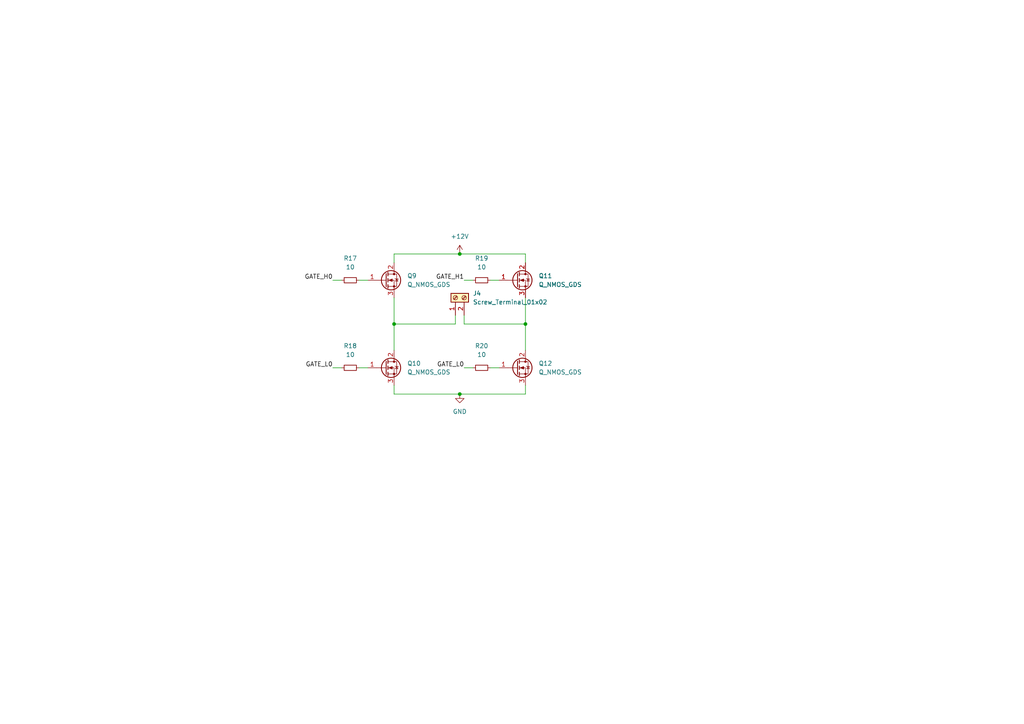
<source format=kicad_sch>
(kicad_sch (version 20211123) (generator eeschema)
  (paper "A4")
  (lib_symbols
    (symbol "Connector:Screw_Terminal_01x02" (pin_names (offset 1.016) hide)
      (property "Reference" "J" (at 0 2.54 0))
      (property "Value" "Screw_Terminal_01x02" (at 0 -5.08 0))
      (symbol "Screw_Terminal_01x02_1_1"
        (rectangle (start -1.27 1.27) (end 1.27 -3.81) (stroke (width 0.254)) (fill (type background)))
        (circle (center 0 -2.54) (radius 0.635) (stroke (width 0.1524)))
        (polyline (pts (xy -0.5334 -2.2098) (xy 0.3302 -3.048)) (stroke (width 0.1524)))
        (polyline (pts (xy -0.5334 0.3302) (xy 0.3302 -0.508)) (stroke (width 0.1524)))
        (polyline (pts (xy -0.3556 -2.032) (xy 0.508 -2.8702)) (stroke (width 0.1524)))
        (polyline (pts (xy -0.3556 0.508) (xy 0.508 -0.3302)) (stroke (width 0.1524)))
        (circle (center 0 0) (radius 0.635) (stroke (width 0.1524)))
        (pin passive line (at -5.08 0 0) (length 3.81) (name "Pin_1") (number "1"))
        (pin passive line (at -5.08 -2.54 0) (length 3.81) (name "Pin_2") (number "2"))
      )
    )
    (symbol "Device:Q_NMOS_GDS" (pin_names (offset 0) hide)
      (property "Reference" "Q" (at 5.08 1.27 0))
      (property "Value" "Q_NMOS_GDS" (at 5.08 -1.27 0))
      (symbol "Q_NMOS_GDS_0_1"
        (polyline (pts (xy 0.254 0) (xy -2.54 0)))
        (polyline (pts (xy 0.254 1.905) (xy 0.254 -1.905)) (stroke (width 0.254)))
        (polyline (pts (xy 0.762 -1.27) (xy 0.762 -2.286)) (stroke (width 0.254)))
        (polyline (pts (xy 0.762 0.508) (xy 0.762 -0.508)) (stroke (width 0.254)))
        (polyline (pts (xy 0.762 2.286) (xy 0.762 1.27)) (stroke (width 0.254)))
        (polyline (pts (xy 2.54 2.54) (xy 2.54 1.778)))
        (polyline (pts (xy 2.54 -2.54) (xy 2.54 0) (xy 0.762 0)))
        (polyline (pts (xy 0.762 -1.778) (xy 3.302 -1.778) (xy 3.302 1.778) (xy 0.762 1.778)))
        (polyline (pts (xy 1.016 0) (xy 2.032 0.381) (xy 2.032 -0.381) (xy 1.016 0)) (fill (type outline)))
        (polyline (pts (xy 2.794 0.508) (xy 2.921 0.381) (xy 3.683 0.381) (xy 3.81 0.254)))
        (polyline (pts (xy 3.302 0.381) (xy 2.921 -0.254) (xy 3.683 -0.254) (xy 3.302 0.381)))
        (circle (center 1.651 0) (radius 2.794) (stroke (width 0.254)))
        (circle (center 2.54 -1.778) (radius 0.254) (fill (type outline)))
        (circle (center 2.54 1.778) (radius 0.254) (fill (type outline)))
      )
      (symbol "Q_NMOS_GDS_1_1"
        (pin input line (at -5.08 0 0) (length 2.54) (name "G") (number "1"))
        (pin passive line (at 2.54 5.08 270) (length 2.54) (name "D") (number "2"))
        (pin passive line (at 2.54 -5.08 90) (length 2.54) (name "S") (number "3"))
      )
    )
    (symbol "Device:R_Small" (pin_numbers hide) (pin_names (offset 0.254) hide)
      (property "Reference" "R" (at 0.762 0.508 0))
      (property "Value" "R_Small" (at 0.762 -1.016 0))
      (symbol "R_Small_0_1"
        (rectangle (start -0.762 1.778) (end 0.762 -1.778) (stroke (width 0.2032)))
      )
      (symbol "R_Small_1_1"
        (pin passive line (at 0 2.54 270) (length 0.762) (name "~") (number "1"))
        (pin passive line (at 0 -2.54 90) (length 0.762) (name "~") (number "2"))
      )
    )
    (symbol "power:+12V" (power) (pin_names (offset 0))
      (property "Value" "+12V" (at 0 3.556 0))
      (symbol "+12V_0_1"
        (polyline (pts (xy -0.762 1.27) (xy 0 2.54)))
        (polyline (pts (xy 0 0) (xy 0 2.54)))
        (polyline (pts (xy 0 2.54) (xy 0.762 1.27)))
      )
      (symbol "+12V_1_1"
        (pin power_in line (at 0 0 90) (length 0) hide (name "+12V") (number "1"))
      )
    )
    (symbol "power:GND" (power) (pin_names (offset 0))
      (property "Value" "GND" (at 0 -3.81 0))
      (symbol "GND_0_1"
        (polyline (pts (xy 0 0) (xy 0 -1.27) (xy 1.27 -1.27) (xy 0 -2.54) (xy -1.27 -1.27) (xy 0 -1.27)))
      )
      (symbol "GND_1_1"
        (pin power_in line (at 0 0 270) (length 0) hide (name "GND") (number "1"))
      )
    )
  )
  (junction (at 133.35 73.66))
  (junction (at 114.3 93.98))
  (junction (at 152.4 93.98))
  (junction (at 133.35 114.3))
  (wire (pts (xy 114.3 73.66) (xy 133.35 73.66)))
  (wire (pts (xy 114.3 114.3) (xy 133.35 114.3)))
  (wire (pts (xy 114.3 93.98) (xy 132.08 93.98)))
  (wire (pts (xy 114.3 86.36) (xy 114.3 93.98)))
  (wire (pts (xy 134.62 106.68) (xy 137.16 106.68)))
  (wire (pts (xy 133.35 114.3) (xy 152.4 114.3)))
  (wire (pts (xy 132.08 93.98) (xy 132.08 91.44)))
  (wire (pts (xy 104.14 106.68) (xy 106.68 106.68)))
  (wire (pts (xy 152.4 86.36) (xy 152.4 93.98)))
  (wire (pts (xy 114.3 111.76) (xy 114.3 114.3)))
  (wire (pts (xy 114.3 76.2) (xy 114.3 73.66)))
  (wire (pts (xy 142.24 81.28) (xy 144.78 81.28)))
  (wire (pts (xy 134.62 81.28) (xy 137.16 81.28)))
  (wire (pts (xy 152.4 73.66) (xy 152.4 76.2)))
  (wire (pts (xy 134.62 91.44) (xy 134.62 93.98)))
  (wire (pts (xy 104.14 81.28) (xy 106.68 81.28)))
  (wire (pts (xy 152.4 93.98) (xy 152.4 101.6)))
  (wire (pts (xy 133.35 73.66) (xy 152.4 73.66)))
  (wire (pts (xy 142.24 106.68) (xy 144.78 106.68)))
  (wire (pts (xy 96.52 106.68) (xy 99.06 106.68)))
  (wire (pts (xy 114.3 93.98) (xy 114.3 101.6)))
  (wire (pts (xy 134.62 93.98) (xy 152.4 93.98)))
  (wire (pts (xy 152.4 114.3) (xy 152.4 111.76)))
  (wire (pts (xy 96.52 81.28) (xy 99.06 81.28)))
  (label "GATE_L0" (at 96.52 106.68 180))
  (label "GATE_H1" (at 134.62 81.28 180))
  (label "GATE_L0" (at 134.62 106.68 180))
  (label "GATE_H0" (at 96.52 81.28 180))
  (symbol (lib_id "Device:Q_NMOS_GDS") (at 111.76 106.68 0) (unit 1)
    (property "Reference" "Q10" (at 118.11 105.4099 0) (effects (justify left)))
    (property "Value" "Q_NMOS_GDS" (at 118.11 107.9499 0) (effects (justify left)))
    (property "Footprint" "Package_TO_SOT_SMD:SOT-23" (effects hide))
  )
  (symbol (lib_id "power:GND") (at 133.35 114.3 0) (unit 1)
    (property "Reference" "#PWR043" (effects hide))
    (property "Value" "GND" (at 133.35 119.38 0))
  )
  (symbol (lib_id "Device:R_Small") (at 101.6 81.28 90) (unit 1)
    (property "Reference" "R17" (at 101.6 74.93 90))
    (property "Value" "10" (at 101.6 77.47 90))
    (property "Footprint" "Resistor_SMD:R_0603_1608Metric" (effects hide))
  )
  (symbol (lib_id "Device:R_Small") (at 101.6 106.68 90) (unit 1)
    (property "Reference" "R18" (at 101.6 100.33 90))
    (property "Value" "10" (at 101.6 102.87 90))
    (property "Footprint" "Resistor_SMD:R_0603_1608Metric" (effects hide))
  )
  (symbol (lib_id "power:+12V") (at 133.35 73.66 0) (unit 1)
    (property "Reference" "#PWR042" (effects hide))
    (property "Value" "+12V" (at 133.35 68.58 0))
  )
  (symbol (lib_id "Device:R_Small") (at 139.7 106.68 90) (unit 1)
    (property "Reference" "R20" (at 139.7 100.33 90))
    (property "Value" "10" (at 139.7 102.87 90))
    (property "Footprint" "Resistor_SMD:R_0603_1608Metric" (effects hide))
  )
  (symbol (lib_id "Connector:Screw_Terminal_01x02") (at 132.08 86.36 90) (unit 1)
    (property "Reference" "J4" (at 137.16 85.0899 90) (effects (justify right)))
    (property "Value" "Screw_Terminal_01x02" (at 137.16 87.6299 90) (effects (justify right)))
    (property "Footprint" "Connector_Wire:SolderWire-2.5sqmm_1x02_P8.8mm_D2.4mm_OD4.4mm" (effects hide))
  )
  (symbol (lib_id "Device:R_Small") (at 139.7 81.28 90) (unit 1)
    (property "Reference" "R19" (at 139.7 74.93 90))
    (property "Value" "10" (at 139.7 77.47 90))
    (property "Footprint" "Resistor_SMD:R_0603_1608Metric" (effects hide))
  )
  (symbol (lib_id "Device:Q_NMOS_GDS") (at 149.86 106.68 0) (unit 1)
    (property "Reference" "Q12" (at 156.21 105.4099 0) (effects (justify left)))
    (property "Value" "Q_NMOS_GDS" (at 156.21 107.9499 0) (effects (justify left)))
    (property "Footprint" "Package_TO_SOT_SMD:SOT-23" (effects hide))
  )
  (symbol (lib_id "Device:Q_NMOS_GDS") (at 149.86 81.28 0) (unit 1)
    (property "Reference" "Q11" (at 156.21 80.0099 0) (effects (justify left)))
    (property "Value" "Q_NMOS_GDS" (at 156.21 82.5499 0) (effects (justify left)))
    (property "Footprint" "Package_TO_SOT_SMD:SOT-23" (effects hide))
  )
  (symbol (lib_id "Device:Q_NMOS_GDS") (at 111.76 81.28 0) (unit 1)
    (property "Reference" "Q9" (at 118.11 80.0099 0) (effects (justify left)))
    (property "Value" "Q_NMOS_GDS" (at 118.11 82.5499 0) (effects (justify left)))
    (property "Footprint" "Package_TO_SOT_SMD:SOT-23" (effects hide))
  )
)
</source>
